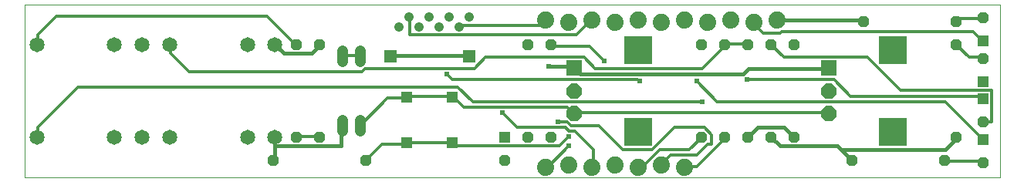
<source format=gtl>
G75*
%MOIN*%
%OFA0B0*%
%FSLAX24Y24*%
%IPPOS*%
%LPD*%
%AMOC8*
5,1,8,0,0,1.08239X$1,22.5*
%
%ADD10C,0.0010*%
%ADD11R,0.0660X0.0660*%
%ADD12OC8,0.0660*%
%ADD13R,0.1227X0.1227*%
%ADD14C,0.0650*%
%ADD15OC8,0.0480*%
%ADD16C,0.0480*%
%ADD17R,0.0478X0.0478*%
%ADD18R,0.0480X0.0480*%
%ADD19R,0.0531X0.0531*%
%ADD20C,0.0413*%
%ADD21C,0.0740*%
%ADD22C,0.0180*%
%ADD23C,0.0120*%
%ADD24C,0.0240*%
D10*
X007994Y004807D02*
X050120Y004807D01*
X050120Y012287D01*
X007994Y012287D01*
X007994Y004807D01*
D11*
X031738Y009541D03*
X042738Y009541D03*
D12*
X042738Y008557D03*
X042738Y007572D03*
X031738Y007572D03*
X031738Y008557D03*
D13*
X034494Y006785D03*
X045494Y006785D03*
X045494Y010328D03*
X034494Y010328D03*
D14*
X018803Y010557D03*
X017622Y010557D03*
X014275Y010557D03*
X013053Y010557D03*
X011872Y010557D03*
X008525Y010557D03*
X008525Y006557D03*
X011872Y006557D03*
X013053Y006557D03*
X014275Y006557D03*
X017622Y006557D03*
X018803Y006557D03*
D15*
X019744Y006557D03*
X020744Y006557D03*
X022744Y005557D03*
X018744Y005557D03*
X028744Y005557D03*
X029744Y006557D03*
X030744Y006557D03*
X037244Y006557D03*
X038244Y006557D03*
X039244Y006557D03*
X040244Y006557D03*
X041244Y006557D03*
X043744Y005557D03*
X047744Y005557D03*
X049394Y005457D03*
X048244Y006557D03*
X049394Y007207D03*
X049394Y009957D03*
X048244Y010557D03*
X048244Y011557D03*
X049394Y011707D03*
X044244Y011557D03*
X041244Y010557D03*
X040244Y010557D03*
X039244Y010557D03*
X038244Y010557D03*
X037244Y010557D03*
X030744Y010557D03*
X029744Y010557D03*
X020744Y010557D03*
X019744Y010557D03*
D16*
X021744Y010297D02*
X021744Y009817D01*
X022494Y009817D02*
X022494Y010297D01*
X022494Y007297D02*
X022494Y006817D01*
X021744Y006817D02*
X021744Y007297D01*
D17*
X024509Y006322D03*
X026478Y006322D03*
X026478Y008291D03*
X024509Y008291D03*
D18*
X028744Y006557D03*
X049394Y006457D03*
X049394Y008207D03*
X049394Y008957D03*
X049394Y010707D03*
D19*
X027187Y010059D03*
X023801Y010059D03*
D20*
X024175Y011307D03*
X025041Y011307D03*
X025907Y011307D03*
X026773Y011307D03*
X026340Y011740D03*
X025474Y011740D03*
X024608Y011740D03*
X027206Y011740D03*
D21*
X030494Y011607D03*
X031494Y011507D03*
X032494Y011607D03*
X033494Y011507D03*
X034494Y011607D03*
X035494Y011507D03*
X036494Y011607D03*
X037494Y011507D03*
X038494Y011607D03*
X039494Y011507D03*
X040494Y011607D03*
X035494Y005357D03*
X036494Y005257D03*
X034494Y005257D03*
X033494Y005357D03*
X032494Y005257D03*
X031494Y005357D03*
X030494Y005257D03*
D22*
X039244Y006557D02*
X039274Y006567D01*
X039674Y006967D01*
X040794Y006967D01*
X041194Y006567D01*
X041244Y006557D01*
X040634Y006167D02*
X040244Y006557D01*
X040634Y006167D02*
X043114Y006167D01*
X043314Y005967D01*
X043354Y006007D01*
X047754Y006007D01*
X048234Y006487D01*
X048244Y006557D01*
X043744Y005557D02*
X043674Y005607D01*
X043314Y005967D01*
X039274Y009527D02*
X039034Y009287D01*
X031994Y009287D01*
X031754Y009527D01*
X031738Y009541D01*
X031674Y009607D01*
X030634Y009607D01*
X027187Y010059D02*
X027114Y010087D01*
X023834Y010087D01*
X023801Y010059D01*
X020744Y010557D02*
X020714Y010487D01*
X020394Y010167D01*
X019194Y010167D01*
X018874Y010487D01*
X018803Y010557D01*
X021674Y007047D02*
X021744Y007057D01*
X021674Y007047D02*
X021674Y006167D01*
X018794Y006167D01*
X018794Y005607D01*
X018744Y005557D01*
X018794Y006167D02*
X018794Y006487D01*
X018803Y006557D01*
X039274Y009527D02*
X042714Y009527D01*
X042738Y009541D01*
X044244Y011557D02*
X044234Y011607D01*
X040494Y011607D01*
D23*
X039914Y011047D02*
X039514Y011447D01*
X039494Y011507D01*
X039914Y011047D02*
X040634Y011047D01*
X040714Y011127D01*
X048954Y011127D01*
X049354Y010727D01*
X049394Y010707D01*
X048794Y010007D02*
X048244Y010557D01*
X048794Y010007D02*
X049354Y010007D01*
X049394Y009957D01*
X049754Y008567D02*
X045834Y008567D01*
X044394Y010007D01*
X040794Y010007D01*
X040244Y010557D01*
X039244Y010557D02*
X039194Y010567D01*
X038314Y010567D01*
X038244Y010557D01*
X038234Y010487D01*
X037274Y009527D01*
X032634Y009527D01*
X032154Y010007D01*
X027914Y010007D01*
X027434Y009527D01*
X022714Y009527D01*
X022554Y009367D01*
X015114Y009367D01*
X014314Y010167D01*
X014314Y010487D01*
X014275Y010557D01*
X018474Y011767D02*
X009354Y011767D01*
X008554Y010967D01*
X008554Y010567D01*
X008525Y010557D01*
X010314Y008727D02*
X008554Y006967D01*
X008554Y006567D01*
X008525Y006557D01*
X010314Y008727D02*
X026714Y008727D01*
X027354Y008087D01*
X037274Y008087D01*
X037914Y008087D02*
X037034Y008967D01*
X039194Y009047D02*
X042954Y009047D01*
X043674Y008327D01*
X049274Y008327D01*
X049394Y008207D01*
X049754Y008567D02*
X049754Y007207D01*
X049394Y007207D01*
X049354Y006487D02*
X049394Y006457D01*
X049354Y006487D02*
X047754Y008087D01*
X037914Y008087D01*
X034554Y008967D02*
X034474Y009047D01*
X026474Y009047D01*
X026234Y009287D01*
X026474Y008327D02*
X024554Y008327D01*
X024509Y008291D01*
X024474Y008247D01*
X023674Y008247D01*
X022554Y007127D01*
X022494Y007057D01*
X020744Y006557D02*
X020714Y006567D01*
X019754Y006567D01*
X019744Y006557D01*
X022744Y005557D02*
X023434Y006247D01*
X024474Y006247D01*
X024509Y006322D01*
X024554Y006327D01*
X026474Y006327D01*
X026478Y006322D01*
X026634Y006167D01*
X031114Y006167D01*
X031514Y006567D01*
X031514Y006807D02*
X031754Y006807D01*
X032554Y006007D01*
X032554Y005287D01*
X032494Y005257D01*
X031514Y006167D02*
X030634Y005287D01*
X030554Y005287D01*
X030494Y005257D01*
X032794Y007047D02*
X033834Y006007D01*
X035114Y006007D01*
X036074Y006967D01*
X037354Y006967D01*
X037674Y006647D01*
X037674Y006247D01*
X037514Y006247D01*
X037034Y005767D01*
X035914Y005767D01*
X035514Y005367D01*
X035494Y005357D01*
X036494Y005257D02*
X036554Y005287D01*
X037034Y005287D01*
X038234Y006487D01*
X038244Y006557D01*
X037244Y006557D02*
X037194Y006487D01*
X036714Y006007D01*
X035434Y006007D01*
X034714Y005287D01*
X034554Y005287D01*
X034494Y005257D01*
X031514Y006807D02*
X031354Y006967D01*
X029274Y006967D01*
X028634Y007607D01*
X026954Y007847D02*
X026554Y008247D01*
X026478Y008291D01*
X026474Y008327D01*
X026954Y007847D02*
X031434Y007847D01*
X031674Y007607D01*
X031738Y007572D01*
X031754Y007607D01*
X042714Y007607D01*
X042738Y007572D01*
X047744Y005557D02*
X047754Y005527D01*
X049354Y005527D01*
X049394Y005457D01*
X032794Y007047D02*
X031594Y007047D01*
X031434Y007207D01*
X031034Y007207D01*
X033034Y009847D02*
X032394Y010487D01*
X030794Y010487D01*
X030744Y010557D01*
X031834Y010967D02*
X032474Y011607D01*
X032494Y011607D01*
X030494Y011607D02*
X030474Y011607D01*
X030234Y011367D01*
X026794Y011367D01*
X026773Y011307D01*
X024634Y010967D02*
X031834Y010967D01*
X024634Y010967D02*
X024634Y011687D01*
X024608Y011740D01*
X019744Y010557D02*
X019674Y010567D01*
X018474Y011767D01*
X021754Y010087D02*
X021744Y010057D01*
X021754Y010087D02*
X022474Y010087D01*
X022494Y010057D01*
X048244Y011557D02*
X048314Y011607D01*
X048394Y011687D01*
X049354Y011687D01*
X049394Y011707D01*
D24*
X039194Y009047D03*
X037034Y008967D03*
X034554Y008967D03*
X033034Y009847D03*
X030634Y009607D03*
X026234Y009287D03*
X028634Y007607D03*
X031034Y007207D03*
X031514Y006567D03*
X031514Y006167D03*
X037274Y008087D03*
M02*

</source>
